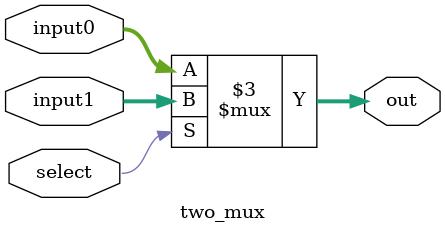
<source format=sv>
`timescale 1ns / 1ps

module two_mux #( parameter DATA_WIDTH = 3 ) (
    input logic select,
    input logic [DATA_WIDTH-1:0] input0,
    input logic [DATA_WIDTH-1:0] input1,
    
    output logic [DATA_WIDTH-1:0] out
    );
    
    always_comb begin
    if(select)
        out = input1;
    else
        out = input0;
    end
endmodule

</source>
